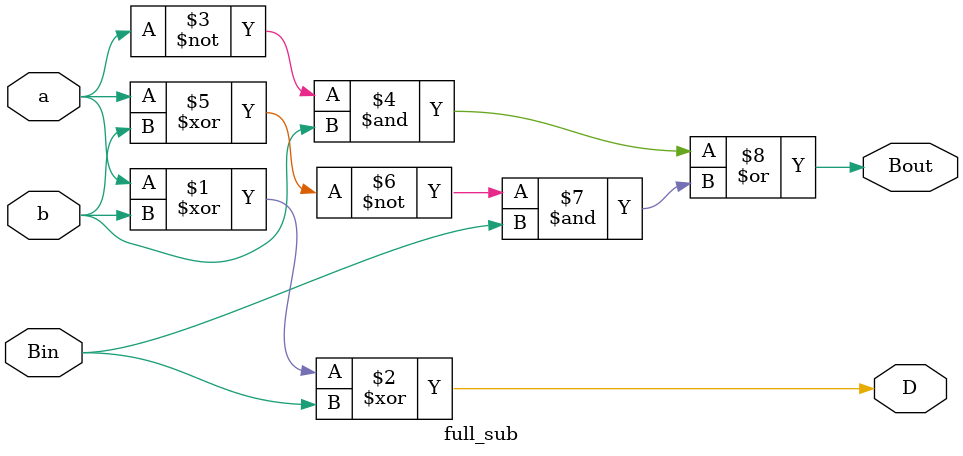
<source format=v>
`timescale 1ns / 1ps
module full_sub(input a, b, Bin, output D, Bout);
  assign D = a ^ b ^ Bin;
  assign Bout = (~a & b) | (~(a ^ b) & Bin);
endmodule

</source>
